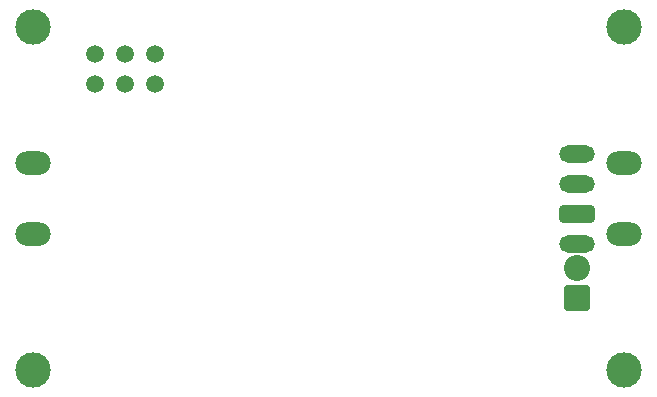
<source format=gbs>
G04 Layer_Color=16711935*
%FSAX44Y44*%
%MOMM*%
G71*
G01*
G75*
%ADD28C,1.5000*%
%ADD56C,3.0000*%
%ADD57C,2.2032*%
G04:AMPARAMS|DCode=58|XSize=2.2032mm|YSize=2.2032mm|CornerRadius=0.3016mm|HoleSize=0mm|Usage=FLASHONLY|Rotation=270.000|XOffset=0mm|YOffset=0mm|HoleType=Round|Shape=RoundedRectangle|*
%AMROUNDEDRECTD58*
21,1,2.2032,1.6000,0,0,270.0*
21,1,1.6000,2.2032,0,0,270.0*
1,1,0.6032,-0.8000,-0.8000*
1,1,0.6032,-0.8000,0.8000*
1,1,0.6032,0.8000,0.8000*
1,1,0.6032,0.8000,-0.8000*
%
%ADD58ROUNDEDRECTD58*%
G04:AMPARAMS|DCode=59|XSize=1.4732mm|YSize=3.0032mm|CornerRadius=0.7366mm|HoleSize=0mm|Usage=FLASHONLY|Rotation=90.000|XOffset=0mm|YOffset=0mm|HoleType=Round|Shape=RoundedRectangle|*
%AMROUNDEDRECTD59*
21,1,1.4732,1.5300,0,0,90.0*
21,1,0.0000,3.0032,0,0,90.0*
1,1,1.4732,0.7650,0.0000*
1,1,1.4732,0.7650,0.0000*
1,1,1.4732,-0.7650,0.0000*
1,1,1.4732,-0.7650,0.0000*
%
%ADD59ROUNDEDRECTD59*%
G04:AMPARAMS|DCode=60|XSize=1.4732mm|YSize=3.0032mm|CornerRadius=0.2604mm|HoleSize=0mm|Usage=FLASHONLY|Rotation=90.000|XOffset=0mm|YOffset=0mm|HoleType=Round|Shape=RoundedRectangle|*
%AMROUNDEDRECTD60*
21,1,1.4732,2.4825,0,0,90.0*
21,1,0.9525,3.0032,0,0,90.0*
1,1,0.5207,1.2412,0.4763*
1,1,0.5207,1.2412,-0.4763*
1,1,0.5207,-1.2412,-0.4763*
1,1,0.5207,-1.2412,0.4763*
%
%ADD60ROUNDEDRECTD60*%
%ADD61O,3.0000X2.0000*%
D28*
X10082370Y10297668D02*
D03*
X10107770D02*
D03*
X10133170D02*
D03*
Y10272268D02*
D03*
X10107770D02*
D03*
X10082370D02*
D03*
D56*
X10530000Y10030000D02*
D03*
Y10320000D02*
D03*
X10030000Y10030000D02*
D03*
Y10320000D02*
D03*
D57*
X10489980Y10115840D02*
D03*
D58*
Y10090440D02*
D03*
D59*
Y10213100D02*
D03*
Y10187700D02*
D03*
Y10136900D02*
D03*
D60*
Y10162300D02*
D03*
D61*
X10530000Y10205000D02*
D03*
Y10145000D02*
D03*
X10030000D02*
D03*
Y10205000D02*
D03*
M02*

</source>
